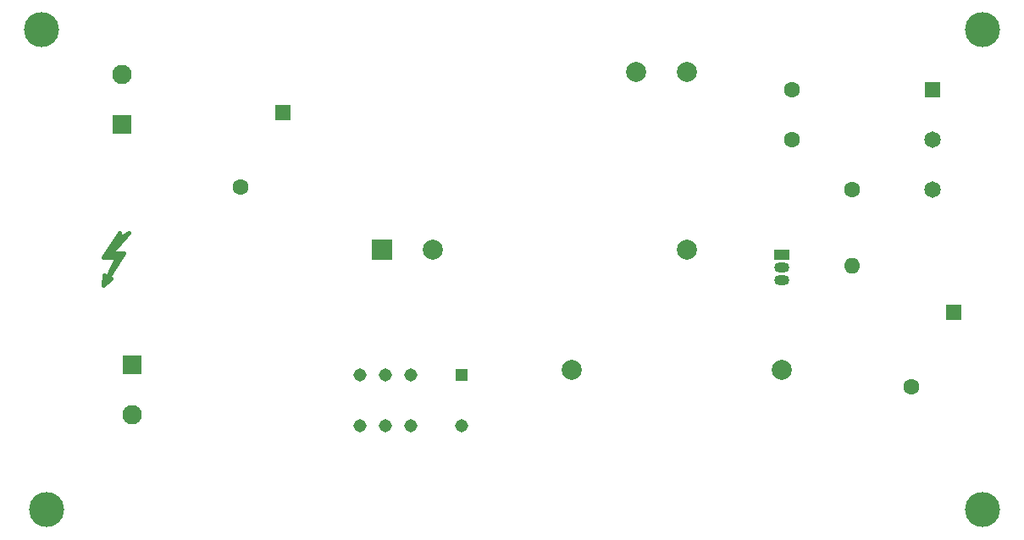
<source format=gbr>
%TF.GenerationSoftware,KiCad,Pcbnew,(5.0.1)-4*%
%TF.CreationDate,2019-03-02T13:09:36-06:00*%
%TF.ProjectId,PS Rev2,505320526576322E6B696361645F7063,rev?*%
%TF.SameCoordinates,Original*%
%TF.FileFunction,Copper,L1,Top,Signal*%
%TF.FilePolarity,Positive*%
%FSLAX46Y46*%
G04 Gerber Fmt 4.6, Leading zero omitted, Abs format (unit mm)*
G04 Created by KiCad (PCBNEW (5.0.1)-4) date 2019-03-02 1:09:36 PM*
%MOMM*%
%LPD*%
G01*
G04 APERTURE LIST*
%ADD10C,0.381000*%
%ADD11C,3.500000*%
%ADD12C,1.600000*%
%ADD13C,1.950000*%
%ADD14R,1.950000X1.950000*%
%ADD15R,1.650000X1.650000*%
%ADD16C,1.650000*%
%ADD17C,2.000000*%
%ADD18C,1.308000*%
%ADD19R,1.308000X1.308000*%
%ADD20R,1.600000X1.600000*%
%ADD21R,2.000000X2.000000*%
%ADD22O,1.500000X1.050000*%
%ADD23R,1.500000X1.050000*%
%ADD24O,1.600000X1.600000*%
G04 APERTURE END LIST*
D10*
X79373000Y-78024000D02*
X79246000Y-77516000D01*
X80516000Y-75738000D02*
X79373000Y-78024000D01*
X79119000Y-75738000D02*
X80516000Y-75738000D01*
X80643000Y-73452000D02*
X79119000Y-75738000D01*
X80897000Y-73833000D02*
X80770000Y-73325000D01*
X81659000Y-73325000D02*
X80897000Y-73833000D01*
X79881000Y-75357000D02*
X81659000Y-73325000D01*
X81151000Y-75357000D02*
X79881000Y-75357000D01*
X79373000Y-78151000D02*
X81151000Y-75357000D01*
X79881000Y-77897000D02*
X79373000Y-78151000D01*
X79119000Y-78532000D02*
X79881000Y-77897000D01*
X79246000Y-77516000D02*
X79119000Y-78532000D01*
X79500000Y-75611000D02*
X80770000Y-75611000D01*
X80897000Y-73706000D02*
X79500000Y-75611000D01*
D11*
X73500000Y-101000000D03*
X167000000Y-101000000D03*
X73000000Y-53000000D03*
X167000000Y-53000000D03*
D12*
X148000000Y-59000000D03*
X148000000Y-64000000D03*
D13*
X81000000Y-57500000D03*
D14*
X81000000Y-62500000D03*
D15*
X162000000Y-59000000D03*
D16*
X162000000Y-64000000D03*
X162000000Y-69000000D03*
D14*
X82000000Y-86500000D03*
D13*
X82000000Y-91500000D03*
D17*
X147000000Y-87000000D03*
X126000000Y-87000000D03*
D18*
X114950000Y-92640000D03*
X109870000Y-92640000D03*
X107330000Y-92640000D03*
X104790000Y-92640000D03*
D19*
X114950000Y-87560000D03*
D18*
X109870000Y-87560000D03*
X107330000Y-87560000D03*
X104790000Y-87560000D03*
D20*
X97125000Y-61250000D03*
D12*
X92875000Y-68750000D03*
X159875000Y-88750000D03*
D20*
X164125000Y-81250000D03*
D21*
X107000000Y-75000000D03*
D17*
X112080000Y-75000000D03*
X137480000Y-57220000D03*
X137480000Y-75000000D03*
X132400000Y-57220000D03*
D22*
X147000000Y-76770000D03*
X147000000Y-78040000D03*
D23*
X147000000Y-75500000D03*
D12*
X154000000Y-69000000D03*
D24*
X154000000Y-76620000D03*
M02*

</source>
